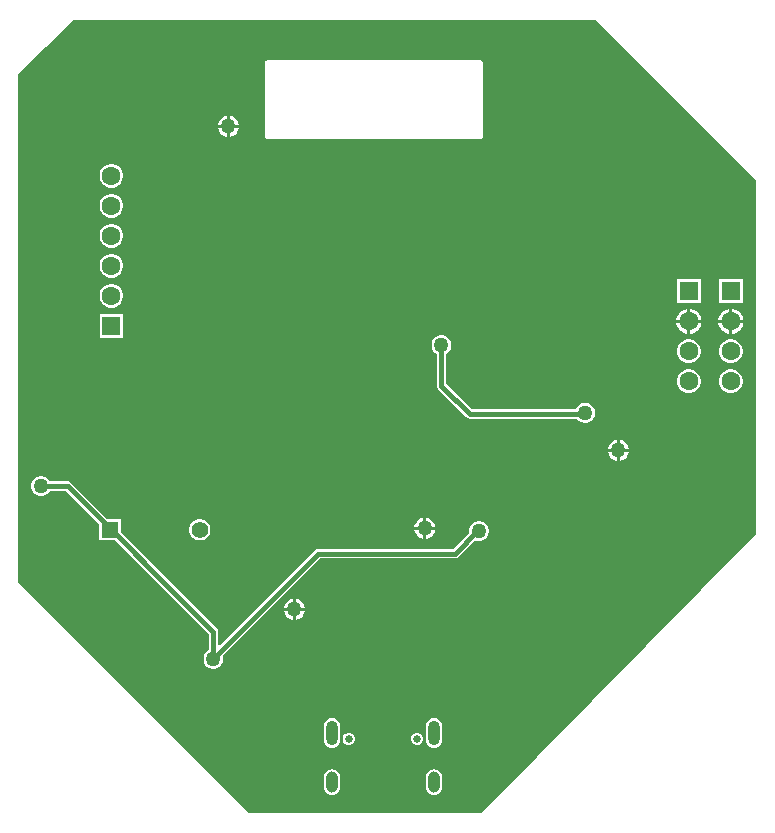
<source format=gbr>
%TF.GenerationSoftware,Altium Limited,Altium Designer,22.1.2 (22)*%
G04 Layer_Physical_Order=2*
G04 Layer_Color=16711680*
%FSLAX45Y45*%
%MOMM*%
%TF.SameCoordinates,487542E7-F005-4C77-86B1-A0AEE8F943D7*%
%TF.FilePolarity,Positive*%
%TF.FileFunction,Copper,L2,Bot,Signal*%
%TF.Part,Single*%
G01*
G75*
%TA.AperFunction,Conductor*%
%ADD27C,0.38100*%
%TA.AperFunction,ComponentPad*%
%ADD30R,1.40000X1.40000*%
%ADD31C,1.40000*%
%ADD32C,1.60000*%
%ADD33R,1.60000X1.60000*%
%ADD34C,0.65000*%
G04:AMPARAMS|DCode=35|XSize=1mm|YSize=1.8mm|CornerRadius=0.5mm|HoleSize=0mm|Usage=FLASHONLY|Rotation=0.000|XOffset=0mm|YOffset=0mm|HoleType=Round|Shape=RoundedRectangle|*
%AMROUNDEDRECTD35*
21,1,1.00000,0.80000,0,0,0.0*
21,1,0.00000,1.80000,0,0,0.0*
1,1,1.00000,0.00000,-0.40000*
1,1,1.00000,0.00000,-0.40000*
1,1,1.00000,0.00000,0.40000*
1,1,1.00000,0.00000,0.40000*
%
%ADD35ROUNDEDRECTD35*%
G04:AMPARAMS|DCode=36|XSize=1mm|YSize=2.1mm|CornerRadius=0.5mm|HoleSize=0mm|Usage=FLASHONLY|Rotation=0.000|XOffset=0mm|YOffset=0mm|HoleType=Round|Shape=RoundedRectangle|*
%AMROUNDEDRECTD36*
21,1,1.00000,1.10000,0,0,0.0*
21,1,0.00000,2.10000,0,0,0.0*
1,1,1.00000,0.00000,-0.55000*
1,1,1.00000,0.00000,-0.55000*
1,1,1.00000,0.00000,0.55000*
1,1,1.00000,0.00000,0.55000*
%
%ADD36ROUNDEDRECTD36*%
%TA.AperFunction,ViaPad*%
%ADD37C,1.27000*%
G36*
X12865100Y7912100D02*
Y4914900D01*
X10541086Y2552700D01*
X8572500D01*
X6617054Y4508145D01*
Y8813532D01*
X7088328Y9271000D01*
X11506200D01*
X12865100Y7912100D01*
D02*
G37*
%LPC*%
G36*
X8407400Y8457933D02*
Y8382000D01*
X8483333D01*
X8477542Y8403614D01*
X8465838Y8423886D01*
X8449286Y8440438D01*
X8429014Y8452142D01*
X8407400Y8457933D01*
D02*
G37*
G36*
X8382000D02*
X8360386Y8452142D01*
X8340114Y8440438D01*
X8323562Y8423886D01*
X8311858Y8403614D01*
X8306067Y8382000D01*
X8382000D01*
Y8457933D01*
D02*
G37*
G36*
X8483333Y8356600D02*
X8407400D01*
Y8280667D01*
X8429014Y8286458D01*
X8449286Y8298162D01*
X8465838Y8314714D01*
X8477542Y8334986D01*
X8483333Y8356600D01*
D02*
G37*
G36*
X8382000D02*
X8306067D01*
X8311858Y8334986D01*
X8323562Y8314714D01*
X8340114Y8298162D01*
X8360386Y8286458D01*
X8382000Y8280667D01*
Y8356600D01*
D02*
G37*
G36*
X10525700Y8930818D02*
X8725700D01*
X8717772Y8929241D01*
X8711050Y8924750D01*
X8706559Y8918028D01*
X8704982Y8910100D01*
Y8280100D01*
X8706559Y8272171D01*
X8711050Y8265450D01*
X8717772Y8260959D01*
X8725700Y8259382D01*
X10525700D01*
X10533628Y8260959D01*
X10540350Y8265450D01*
X10544841Y8272171D01*
X10546418Y8280100D01*
Y8910100D01*
X10544841Y8918028D01*
X10540350Y8924750D01*
X10533628Y8929241D01*
X10525700Y8930818D01*
D02*
G37*
G36*
X7417307Y8050520D02*
X7390893D01*
X7365378Y8043683D01*
X7342502Y8030476D01*
X7323824Y8011798D01*
X7310617Y7988922D01*
X7303780Y7963407D01*
Y7936993D01*
X7310617Y7911478D01*
X7323824Y7888602D01*
X7342502Y7869924D01*
X7365378Y7856717D01*
X7390893Y7849880D01*
X7417307D01*
X7442822Y7856717D01*
X7465698Y7869924D01*
X7484376Y7888602D01*
X7497583Y7911478D01*
X7504420Y7936993D01*
Y7963407D01*
X7497583Y7988922D01*
X7484376Y8011798D01*
X7465698Y8030476D01*
X7442822Y8043683D01*
X7417307Y8050520D01*
D02*
G37*
G36*
Y7796520D02*
X7390893D01*
X7365378Y7789683D01*
X7342502Y7776476D01*
X7323824Y7757798D01*
X7310617Y7734922D01*
X7303780Y7709407D01*
Y7682993D01*
X7310617Y7657478D01*
X7323824Y7634602D01*
X7342502Y7615924D01*
X7365378Y7602717D01*
X7390893Y7595880D01*
X7417307D01*
X7442822Y7602717D01*
X7465698Y7615924D01*
X7484376Y7634602D01*
X7497583Y7657478D01*
X7504420Y7682993D01*
Y7709407D01*
X7497583Y7734922D01*
X7484376Y7757798D01*
X7465698Y7776476D01*
X7442822Y7789683D01*
X7417307Y7796520D01*
D02*
G37*
G36*
Y7542520D02*
X7390893D01*
X7365378Y7535683D01*
X7342502Y7522476D01*
X7323824Y7503798D01*
X7310617Y7480922D01*
X7303780Y7455407D01*
Y7428993D01*
X7310617Y7403478D01*
X7323824Y7380602D01*
X7342502Y7361924D01*
X7365378Y7348717D01*
X7390893Y7341880D01*
X7417307D01*
X7442822Y7348717D01*
X7465698Y7361924D01*
X7484376Y7380602D01*
X7497583Y7403478D01*
X7504420Y7428993D01*
Y7455407D01*
X7497583Y7480922D01*
X7484376Y7503798D01*
X7465698Y7522476D01*
X7442822Y7535683D01*
X7417307Y7542520D01*
D02*
G37*
G36*
Y7288520D02*
X7390893D01*
X7365378Y7281683D01*
X7342502Y7268476D01*
X7323824Y7249798D01*
X7310617Y7226922D01*
X7303780Y7201407D01*
Y7174993D01*
X7310617Y7149478D01*
X7323824Y7126602D01*
X7342502Y7107924D01*
X7365378Y7094717D01*
X7390893Y7087880D01*
X7417307D01*
X7442822Y7094717D01*
X7465698Y7107924D01*
X7484376Y7126602D01*
X7497583Y7149478D01*
X7504420Y7174993D01*
Y7201407D01*
X7497583Y7226922D01*
X7484376Y7249798D01*
X7465698Y7268476D01*
X7442822Y7281683D01*
X7417307Y7288520D01*
D02*
G37*
G36*
X12749520Y7072620D02*
X12548880D01*
Y6871980D01*
X12749520D01*
Y7072620D01*
D02*
G37*
G36*
X12393920D02*
X12193280D01*
Y6871980D01*
X12393920D01*
Y7072620D01*
D02*
G37*
G36*
X7417307Y7034520D02*
X7390893D01*
X7365378Y7027683D01*
X7342502Y7014476D01*
X7323824Y6995798D01*
X7310617Y6972922D01*
X7303780Y6947407D01*
Y6920993D01*
X7310617Y6895478D01*
X7323824Y6872602D01*
X7342502Y6853924D01*
X7365378Y6840717D01*
X7390893Y6833880D01*
X7417307D01*
X7442822Y6840717D01*
X7465698Y6853924D01*
X7484376Y6872602D01*
X7497583Y6895478D01*
X7504420Y6920993D01*
Y6947407D01*
X7497583Y6972922D01*
X7484376Y6995798D01*
X7465698Y7014476D01*
X7442822Y7027683D01*
X7417307Y7034520D01*
D02*
G37*
G36*
X12663076Y6823700D02*
X12661900D01*
Y6731000D01*
X12754600D01*
Y6732176D01*
X12747417Y6758983D01*
X12733541Y6783017D01*
X12713917Y6802641D01*
X12689883Y6816517D01*
X12663076Y6823700D01*
D02*
G37*
G36*
X12307476D02*
X12306300D01*
Y6731000D01*
X12399000D01*
Y6732176D01*
X12391817Y6758983D01*
X12377941Y6783017D01*
X12358317Y6802641D01*
X12334283Y6816517D01*
X12307476Y6823700D01*
D02*
G37*
G36*
X12636500D02*
X12635324D01*
X12608517Y6816517D01*
X12584483Y6802641D01*
X12564859Y6783017D01*
X12550983Y6758983D01*
X12543800Y6732176D01*
Y6731000D01*
X12636500D01*
Y6823700D01*
D02*
G37*
G36*
X12280900D02*
X12279724D01*
X12252917Y6816517D01*
X12228883Y6802641D01*
X12209259Y6783017D01*
X12195383Y6758983D01*
X12188200Y6732176D01*
Y6731000D01*
X12280900D01*
Y6823700D01*
D02*
G37*
G36*
X12754600Y6705600D02*
X12661900D01*
Y6612900D01*
X12663076D01*
X12689883Y6620083D01*
X12713917Y6633959D01*
X12733541Y6653583D01*
X12747417Y6677617D01*
X12754600Y6704424D01*
Y6705600D01*
D02*
G37*
G36*
X12636500D02*
X12543800D01*
Y6704424D01*
X12550983Y6677617D01*
X12564859Y6653583D01*
X12584483Y6633959D01*
X12608517Y6620083D01*
X12635324Y6612900D01*
X12636500D01*
Y6705600D01*
D02*
G37*
G36*
X12399000D02*
X12306300D01*
Y6612900D01*
X12307476D01*
X12334283Y6620083D01*
X12358317Y6633959D01*
X12377941Y6653583D01*
X12391817Y6677617D01*
X12399000Y6704424D01*
Y6705600D01*
D02*
G37*
G36*
X12280900D02*
X12188200D01*
Y6704424D01*
X12195383Y6677617D01*
X12209259Y6653583D01*
X12228883Y6633959D01*
X12252917Y6620083D01*
X12279724Y6612900D01*
X12280900D01*
Y6705600D01*
D02*
G37*
G36*
X7504420Y6780520D02*
X7303780D01*
Y6579880D01*
X7504420D01*
Y6780520D01*
D02*
G37*
G36*
X12662407Y6564620D02*
X12635993D01*
X12610478Y6557783D01*
X12587602Y6544576D01*
X12568924Y6525898D01*
X12555717Y6503022D01*
X12548880Y6477507D01*
Y6451093D01*
X12555717Y6425578D01*
X12568924Y6402702D01*
X12587602Y6384024D01*
X12610478Y6370817D01*
X12635993Y6363980D01*
X12662407D01*
X12687922Y6370817D01*
X12710798Y6384024D01*
X12729476Y6402702D01*
X12742683Y6425578D01*
X12749520Y6451093D01*
Y6477507D01*
X12742683Y6503022D01*
X12729476Y6525898D01*
X12710798Y6544576D01*
X12687922Y6557783D01*
X12662407Y6564620D01*
D02*
G37*
G36*
X12306807D02*
X12280393D01*
X12254878Y6557783D01*
X12232002Y6544576D01*
X12213324Y6525898D01*
X12200117Y6503022D01*
X12193280Y6477507D01*
Y6451093D01*
X12200117Y6425578D01*
X12213324Y6402702D01*
X12232002Y6384024D01*
X12254878Y6370817D01*
X12280393Y6363980D01*
X12306807D01*
X12332322Y6370817D01*
X12355198Y6384024D01*
X12373876Y6402702D01*
X12387083Y6425578D01*
X12393920Y6451093D01*
Y6477507D01*
X12387083Y6503022D01*
X12373876Y6525898D01*
X12355198Y6544576D01*
X12332322Y6557783D01*
X12306807Y6564620D01*
D02*
G37*
G36*
X12662407Y6310620D02*
X12635993D01*
X12610478Y6303783D01*
X12587602Y6290576D01*
X12568924Y6271898D01*
X12555717Y6249022D01*
X12548880Y6223507D01*
Y6197093D01*
X12555717Y6171578D01*
X12568924Y6148702D01*
X12587602Y6130024D01*
X12610478Y6116817D01*
X12635993Y6109980D01*
X12662407D01*
X12687922Y6116817D01*
X12710798Y6130024D01*
X12729476Y6148702D01*
X12742683Y6171578D01*
X12749520Y6197093D01*
Y6223507D01*
X12742683Y6249022D01*
X12729476Y6271898D01*
X12710798Y6290576D01*
X12687922Y6303783D01*
X12662407Y6310620D01*
D02*
G37*
G36*
X12306807D02*
X12280393D01*
X12254878Y6303783D01*
X12232002Y6290576D01*
X12213324Y6271898D01*
X12200117Y6249022D01*
X12193280Y6223507D01*
Y6197093D01*
X12200117Y6171578D01*
X12213324Y6148702D01*
X12232002Y6130024D01*
X12254878Y6116817D01*
X12280393Y6109980D01*
X12306807D01*
X12332322Y6116817D01*
X12355198Y6130024D01*
X12373876Y6148702D01*
X12387083Y6171578D01*
X12393920Y6197093D01*
Y6223507D01*
X12387083Y6249022D01*
X12373876Y6271898D01*
X12355198Y6290576D01*
X12332322Y6303783D01*
X12306807Y6310620D01*
D02*
G37*
G36*
X10209135Y6598920D02*
X10187065D01*
X10165747Y6593208D01*
X10146633Y6582173D01*
X10131027Y6566567D01*
X10119992Y6547453D01*
X10114280Y6526135D01*
Y6504065D01*
X10119992Y6482747D01*
X10131027Y6463633D01*
X10146633Y6448027D01*
X10157959Y6441489D01*
Y6172200D01*
X10161014Y6156839D01*
X10169716Y6143816D01*
X10407934Y5905597D01*
X10420957Y5896896D01*
X10436318Y5893840D01*
X11349242D01*
X11350227Y5892133D01*
X11365833Y5876527D01*
X11384947Y5865492D01*
X11406265Y5859780D01*
X11428335D01*
X11449653Y5865492D01*
X11468767Y5876527D01*
X11484373Y5892133D01*
X11495408Y5911247D01*
X11501120Y5932565D01*
Y5954635D01*
X11495408Y5975953D01*
X11484373Y5995067D01*
X11468767Y6010673D01*
X11449653Y6021708D01*
X11428335Y6027420D01*
X11406265D01*
X11384947Y6021708D01*
X11365833Y6010673D01*
X11350227Y5995067D01*
X11339192Y5975953D01*
X11338702Y5974123D01*
X10452946D01*
X10238241Y6188827D01*
Y6441489D01*
X10249567Y6448027D01*
X10265173Y6463633D01*
X10276208Y6482747D01*
X10281920Y6504065D01*
Y6526135D01*
X10276208Y6547453D01*
X10265173Y6566567D01*
X10249567Y6582173D01*
X10230453Y6593208D01*
X10209135Y6598920D01*
D02*
G37*
G36*
X11709400Y5714733D02*
Y5638800D01*
X11785333D01*
X11779542Y5660414D01*
X11767838Y5680686D01*
X11751286Y5697238D01*
X11731014Y5708942D01*
X11709400Y5714733D01*
D02*
G37*
G36*
X11684000D02*
X11662386Y5708942D01*
X11642114Y5697238D01*
X11625562Y5680686D01*
X11613858Y5660414D01*
X11608067Y5638800D01*
X11684000D01*
Y5714733D01*
D02*
G37*
G36*
X11785333Y5613400D02*
X11709400D01*
Y5537467D01*
X11731014Y5543258D01*
X11751286Y5554962D01*
X11767838Y5571514D01*
X11779542Y5591786D01*
X11785333Y5613400D01*
D02*
G37*
G36*
X11684000D02*
X11608067D01*
X11613858Y5591786D01*
X11625562Y5571514D01*
X11642114Y5554962D01*
X11662386Y5543258D01*
X11684000Y5537467D01*
Y5613400D01*
D02*
G37*
G36*
X10071100Y5054333D02*
Y4978400D01*
X10147033D01*
X10141242Y5000014D01*
X10129538Y5020286D01*
X10112986Y5036838D01*
X10092714Y5048542D01*
X10071100Y5054333D01*
D02*
G37*
G36*
X10045700D02*
X10024086Y5048542D01*
X10003814Y5036838D01*
X9987262Y5020286D01*
X9975558Y5000014D01*
X9969767Y4978400D01*
X10045700D01*
Y5054333D01*
D02*
G37*
G36*
X10147033Y4953000D02*
X10071100D01*
Y4877067D01*
X10092714Y4882858D01*
X10112986Y4894562D01*
X10129538Y4911114D01*
X10141242Y4931386D01*
X10147033Y4953000D01*
D02*
G37*
G36*
X10045700D02*
X9969767D01*
X9975558Y4931386D01*
X9987262Y4911114D01*
X10003814Y4894562D01*
X10024086Y4882858D01*
X10045700Y4877067D01*
Y4953000D01*
D02*
G37*
G36*
X8164291Y5043320D02*
X8140509D01*
X8117538Y5037165D01*
X8096942Y5025274D01*
X8080126Y5008458D01*
X8068235Y4987862D01*
X8062080Y4964891D01*
Y4941109D01*
X8068235Y4918138D01*
X8080126Y4897542D01*
X8096942Y4880726D01*
X8117538Y4868835D01*
X8140509Y4862680D01*
X8164291D01*
X8187262Y4868835D01*
X8207858Y4880726D01*
X8224674Y4897542D01*
X8236565Y4918138D01*
X8242720Y4941109D01*
Y4964891D01*
X8236565Y4987862D01*
X8224674Y5008458D01*
X8207858Y5025274D01*
X8187262Y5037165D01*
X8164291Y5043320D01*
D02*
G37*
G36*
X6818235Y5405120D02*
X6796165D01*
X6774847Y5399408D01*
X6755733Y5388373D01*
X6740127Y5372767D01*
X6729092Y5353653D01*
X6723380Y5332335D01*
Y5310265D01*
X6729092Y5288947D01*
X6740127Y5269833D01*
X6755733Y5254227D01*
X6774847Y5243192D01*
X6796165Y5237480D01*
X6818235D01*
X6839553Y5243192D01*
X6858667Y5254227D01*
X6874273Y5269833D01*
X6880811Y5281159D01*
X7019173D01*
X7302080Y4998251D01*
Y4862680D01*
X7437651D01*
X8227559Y4072773D01*
Y3934411D01*
X8216233Y3927873D01*
X8200627Y3912267D01*
X8189592Y3893153D01*
X8183880Y3871835D01*
Y3849765D01*
X8189592Y3828447D01*
X8200627Y3809333D01*
X8216233Y3793727D01*
X8235347Y3782692D01*
X8256665Y3776980D01*
X8278735D01*
X8300053Y3782692D01*
X8319167Y3793727D01*
X8334773Y3809333D01*
X8345808Y3828447D01*
X8351520Y3849765D01*
Y3871835D01*
X8348135Y3884467D01*
X9173327Y4709659D01*
X10312400D01*
X10327761Y4712714D01*
X10340784Y4721416D01*
X10482178Y4862809D01*
X10483247Y4862192D01*
X10504565Y4856480D01*
X10526635D01*
X10547953Y4862192D01*
X10567067Y4873227D01*
X10582673Y4888833D01*
X10593708Y4907947D01*
X10599420Y4929265D01*
Y4951335D01*
X10593708Y4972653D01*
X10582673Y4991767D01*
X10567067Y5007373D01*
X10547953Y5018408D01*
X10526635Y5024120D01*
X10504565D01*
X10483247Y5018408D01*
X10464133Y5007373D01*
X10448527Y4991767D01*
X10437492Y4972653D01*
X10431780Y4951335D01*
Y4929265D01*
X10432481Y4926649D01*
X10295773Y4789941D01*
X9156700D01*
X9141339Y4786886D01*
X9128316Y4778184D01*
X8319575Y3969443D01*
X8307841Y3974303D01*
Y4089400D01*
X8304786Y4104761D01*
X8296084Y4117784D01*
X7482720Y4931149D01*
Y5043320D01*
X7370549D01*
X7064184Y5349684D01*
X7051161Y5358386D01*
X7035800Y5361441D01*
X6880811D01*
X6874273Y5372767D01*
X6858667Y5388373D01*
X6839553Y5399408D01*
X6818235Y5405120D01*
D02*
G37*
G36*
X8966200Y4368533D02*
Y4292600D01*
X9042133D01*
X9036342Y4314214D01*
X9024638Y4334486D01*
X9008086Y4351038D01*
X8987814Y4362742D01*
X8966200Y4368533D01*
D02*
G37*
G36*
X8940800D02*
X8919186Y4362742D01*
X8898914Y4351038D01*
X8882362Y4334486D01*
X8870658Y4314214D01*
X8864867Y4292600D01*
X8940800D01*
Y4368533D01*
D02*
G37*
G36*
X9042133Y4267200D02*
X8966200D01*
Y4191267D01*
X8987814Y4197058D01*
X9008086Y4208762D01*
X9024638Y4225314D01*
X9036342Y4245586D01*
X9042133Y4267200D01*
D02*
G37*
G36*
X8940800D02*
X8864867D01*
X8870658Y4245586D01*
X8882362Y4225314D01*
X8898914Y4208762D01*
X8919186Y4197058D01*
X8940800Y4191267D01*
Y4267200D01*
D02*
G37*
G36*
X10002306Y3234320D02*
X9981293D01*
X9961880Y3226279D01*
X9947021Y3211420D01*
X9938980Y3192007D01*
Y3170994D01*
X9947021Y3151580D01*
X9961880Y3136721D01*
X9981293Y3128680D01*
X10002306D01*
X10021720Y3136721D01*
X10036579Y3151580D01*
X10044620Y3170994D01*
Y3192007D01*
X10036579Y3211420D01*
X10021720Y3226279D01*
X10002306Y3234320D01*
D02*
G37*
G36*
X9424307D02*
X9403294D01*
X9383880Y3226279D01*
X9369021Y3211420D01*
X9360980Y3192007D01*
Y3170994D01*
X9369021Y3151580D01*
X9383880Y3136721D01*
X9403294Y3128680D01*
X9424307D01*
X9443720Y3136721D01*
X9458579Y3151580D01*
X9466620Y3170994D01*
Y3192007D01*
X9458579Y3211420D01*
X9443720Y3226279D01*
X9424307Y3234320D01*
D02*
G37*
G36*
X10134800Y3357427D02*
X10116443Y3355010D01*
X10099337Y3347924D01*
X10084647Y3336653D01*
X10073376Y3321963D01*
X10066290Y3304857D01*
X10063873Y3286500D01*
Y3176500D01*
X10066290Y3158143D01*
X10073376Y3141037D01*
X10084647Y3126347D01*
X10099337Y3115076D01*
X10116443Y3107990D01*
X10134800Y3105573D01*
X10153157Y3107990D01*
X10170263Y3115076D01*
X10184953Y3126347D01*
X10196224Y3141037D01*
X10203310Y3158143D01*
X10205727Y3176500D01*
Y3286500D01*
X10203310Y3304857D01*
X10196224Y3321963D01*
X10184953Y3336653D01*
X10170263Y3347924D01*
X10153157Y3355010D01*
X10134800Y3357427D01*
D02*
G37*
G36*
X9270800D02*
X9252443Y3355010D01*
X9235337Y3347924D01*
X9220647Y3336653D01*
X9209376Y3321963D01*
X9202290Y3304857D01*
X9199873Y3286500D01*
Y3176500D01*
X9202290Y3158143D01*
X9209376Y3141037D01*
X9220647Y3126347D01*
X9235337Y3115076D01*
X9252443Y3107990D01*
X9270800Y3105573D01*
X9289157Y3107990D01*
X9306263Y3115076D01*
X9320953Y3126347D01*
X9332224Y3141037D01*
X9339310Y3158143D01*
X9341727Y3176500D01*
Y3286500D01*
X9339310Y3304857D01*
X9332224Y3321963D01*
X9320953Y3336653D01*
X9306263Y3347924D01*
X9289157Y3355010D01*
X9270800Y3357427D01*
D02*
G37*
G36*
X10134800Y2924427D02*
X10116443Y2922010D01*
X10099337Y2914924D01*
X10084647Y2903653D01*
X10073376Y2888963D01*
X10066290Y2871857D01*
X10063873Y2853500D01*
Y2773500D01*
X10066290Y2755143D01*
X10073376Y2738037D01*
X10084647Y2723347D01*
X10099337Y2712076D01*
X10116443Y2704990D01*
X10134800Y2702573D01*
X10153157Y2704990D01*
X10170263Y2712076D01*
X10184953Y2723347D01*
X10196224Y2738037D01*
X10203310Y2755143D01*
X10205727Y2773500D01*
Y2853500D01*
X10203310Y2871857D01*
X10196224Y2888963D01*
X10184953Y2903653D01*
X10170263Y2914924D01*
X10153157Y2922010D01*
X10134800Y2924427D01*
D02*
G37*
G36*
X9270800D02*
X9252443Y2922010D01*
X9235337Y2914924D01*
X9220647Y2903653D01*
X9209376Y2888963D01*
X9202290Y2871857D01*
X9199873Y2853500D01*
Y2773500D01*
X9202290Y2755143D01*
X9209376Y2738037D01*
X9220647Y2723347D01*
X9235337Y2712076D01*
X9252443Y2704990D01*
X9270800Y2702573D01*
X9289157Y2704990D01*
X9306263Y2712076D01*
X9320953Y2723347D01*
X9332224Y2738037D01*
X9339310Y2755143D01*
X9341727Y2773500D01*
Y2853500D01*
X9339310Y2871857D01*
X9332224Y2888963D01*
X9320953Y2903653D01*
X9306263Y2914924D01*
X9289157Y2922010D01*
X9270800Y2924427D01*
D02*
G37*
%LPD*%
D27*
X10198100Y6172200D02*
X10436318Y5933982D01*
X11407682D02*
X11417300Y5943600D01*
X10436318Y5933982D02*
X11407682D01*
X10198100Y6172200D02*
Y6515100D01*
X10312400Y4749800D02*
X10502900Y4940300D01*
X10515600D01*
X9156700Y4749800D02*
X10312400D01*
X8267700Y3860800D02*
X9156700Y4749800D01*
X8267700Y3860800D02*
Y4089400D01*
X7035800Y5321300D02*
X8267700Y4089400D01*
X6807200Y5321300D02*
X7035800D01*
D30*
X7392400Y4953000D02*
D03*
D31*
X8152400D02*
D03*
D32*
X12649200Y6210300D02*
D03*
Y6464300D02*
D03*
Y6718300D02*
D03*
X7404100Y7442200D02*
D03*
Y6934200D02*
D03*
Y7188200D02*
D03*
Y7696200D02*
D03*
Y7950200D02*
D03*
X12293600Y6210300D02*
D03*
Y6464300D02*
D03*
Y6718300D02*
D03*
D33*
X12649200Y6972300D02*
D03*
X7404100Y6680200D02*
D03*
X12293600Y6972300D02*
D03*
D34*
X9413800Y3181500D02*
D03*
X9991800D02*
D03*
D35*
X10134800Y2813500D02*
D03*
X9270800D02*
D03*
D36*
X10134800Y3231500D02*
D03*
X9270800D02*
D03*
D37*
X10198100Y6515100D02*
D03*
X11417300Y5943600D02*
D03*
X10058400Y4965700D02*
D03*
X10515600Y4940300D02*
D03*
X6807200Y5321300D02*
D03*
X8267700Y3860800D02*
D03*
X8394700Y8369300D02*
D03*
X11696700Y5626100D02*
D03*
X8953500Y4279900D02*
D03*
%TF.MD5,a6cf1e8b7c58b432e86d0f03f0338d67*%
M02*

</source>
